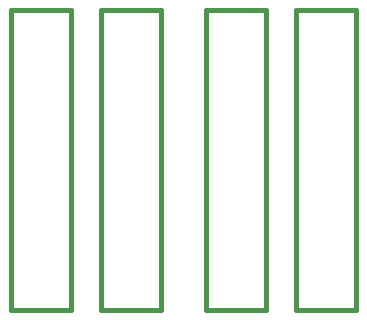
<source format=gto>
G04 (created by PCBNEW-RS274X (2012-01-19 BZR 3256)-stable) date 20/09/2012 17:26:11*
G01*
G70*
G90*
%MOIN*%
G04 Gerber Fmt 3.4, Leading zero omitted, Abs format*
%FSLAX34Y34*%
G04 APERTURE LIST*
%ADD10C,0.006000*%
%ADD11C,0.015000*%
G04 APERTURE END LIST*
G54D10*
G54D11*
X86000Y-55000D02*
X86000Y-65000D01*
X84000Y-65000D02*
X84000Y-55000D01*
X86000Y-55000D02*
X84000Y-55000D01*
X84000Y-65000D02*
X86000Y-65000D01*
X95500Y-55000D02*
X95500Y-65000D01*
X93500Y-65000D02*
X93500Y-55000D01*
X95500Y-55000D02*
X93500Y-55000D01*
X93500Y-65000D02*
X95500Y-65000D01*
X87000Y-65000D02*
X87000Y-55000D01*
X87000Y-55000D02*
X89000Y-55000D01*
X89000Y-55000D02*
X89000Y-65000D01*
X89000Y-65000D02*
X87000Y-65000D01*
X90500Y-65000D02*
X90500Y-55000D01*
X90500Y-55000D02*
X92500Y-55000D01*
X92500Y-55000D02*
X92500Y-65000D01*
X92500Y-65000D02*
X90500Y-65000D01*
M02*

</source>
